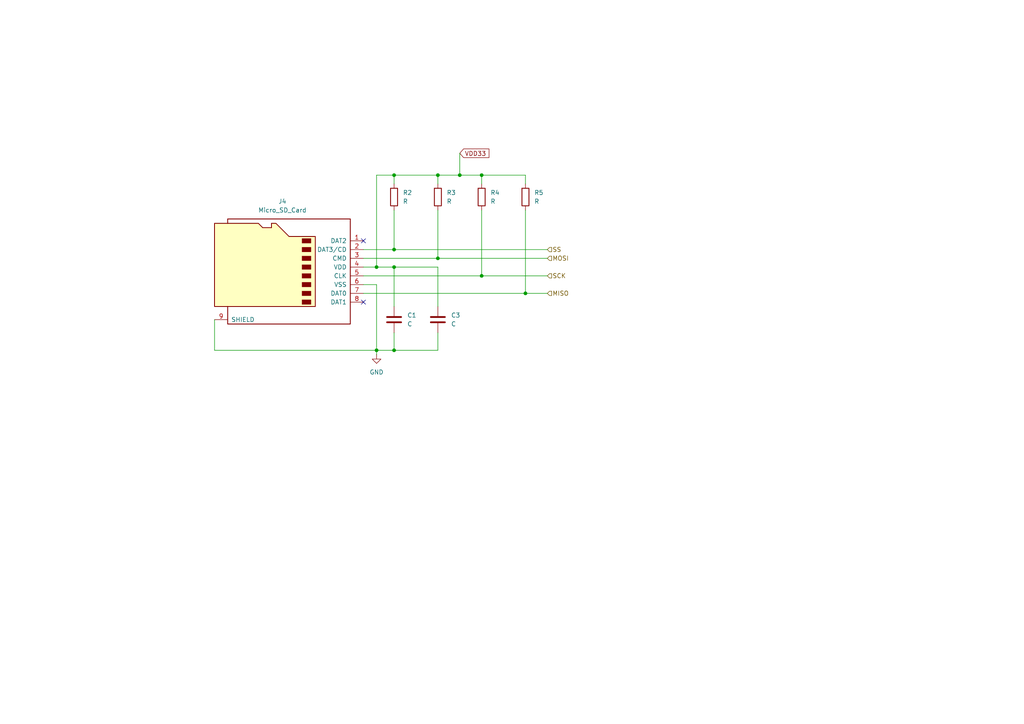
<source format=kicad_sch>
(kicad_sch (version 20250114) (generator "eeschema") (generator_version "9.0")
  (paper "A4")
  (lib_symbols
    (symbol "Connector:Micro_SD_Card" (pin_names (offset 1.016))
      (property "Reference" "J" (at -16.51 15.24 0))
      (property "Value" "Micro_SD_Card" (at 16.51 15.24 0))
      (symbol "Micro_SD_Card_0_1"
        (polyline (pts (xy -8.89 -11.43) (xy -8.89 8.89) (xy -1.27 8.89) (xy 2.54 12.7) (xy 3.81 12.7) (xy 3.81 11.43) (xy 6.35 11.43) (xy 7.62 12.7) (xy 20.32 12.7) (xy 20.32 -11.43) (xy -8.89 -11.43)) (stroke (width 0.254)) (fill (type background)))
        (rectangle (start -7.62 8.255) (end -5.08 6.985) (fill (type outline)))
        (rectangle (start -7.62 5.715) (end -5.08 4.445) (fill (type outline)))
        (rectangle (start -7.62 3.175) (end -5.08 1.905) (fill (type outline)))
        (rectangle (start -7.62 0.635) (end -5.08 -0.635) (fill (type outline)))
        (rectangle (start -7.62 -1.905) (end -5.08 -3.175) (fill (type outline)))
        (rectangle (start -7.62 -4.445) (end -5.08 -5.715) (fill (type outline)))
        (rectangle (start -7.62 -6.985) (end -5.08 -8.255) (fill (type outline)))
        (rectangle (start -7.62 -9.525) (end -5.08 -10.795) (fill (type outline)))
        (polyline (pts (xy 16.51 12.7) (xy 16.51 13.97) (xy -19.05 13.97) (xy -19.05 -16.51) (xy 16.51 -16.51) (xy 16.51 -11.43)) (stroke (width 0.254)))
      )
      (symbol "Micro_SD_Card_1_1"
        (pin bidirectional line (at -22.86 7.62 0) (length 3.81) (name "DAT2") (number "1"))
        (pin bidirectional line (at -22.86 5.08 0) (length 3.81) (name "DAT3/CD") (number "2"))
        (pin input line (at -22.86 2.54 0) (length 3.81) (name "CMD") (number "3"))
        (pin power_in line (at -22.86 0 0) (length 3.81) (name "VDD") (number "4"))
        (pin input line (at -22.86 -2.54 0) (length 3.81) (name "CLK") (number "5"))
        (pin power_in line (at -22.86 -5.08 0) (length 3.81) (name "VSS") (number "6"))
        (pin bidirectional line (at -22.86 -7.62 0) (length 3.81) (name "DAT0") (number "7"))
        (pin bidirectional line (at -22.86 -10.16 0) (length 3.81) (name "DAT1") (number "8"))
        (pin passive line (at 20.32 -15.24 180) (length 3.81) (name "SHIELD") (number "9"))
      )
    )
    (symbol "Device:C" (pin_numbers (hide yes)) (pin_names (offset 0.254))
      (property "Reference" "C" (at 0.635 2.54 0))
      (property "Value" "C" (at 0.635 -2.54 0))
      (symbol "C_0_1"
        (polyline (pts (xy -2.032 0.762) (xy 2.032 0.762)) (stroke (width 0.508)))
        (polyline (pts (xy -2.032 -0.762) (xy 2.032 -0.762)) (stroke (width 0.508)))
      )
      (symbol "C_1_1"
        (pin passive line (at 0 3.81 270) (length 2.794) (name "~") (number "1"))
        (pin passive line (at 0 -3.81 90) (length 2.794) (name "~") (number "2"))
      )
    )
    (symbol "Device:R" (pin_numbers (hide yes)) (pin_names (offset 0))
      (property "Reference" "R" (at 2.032 0 90))
      (property "Value" "R" (at 0 0 90))
      (symbol "R_0_1"
        (rectangle (start -1.016 -2.54) (end 1.016 2.54) (stroke (width 0.254)))
      )
      (symbol "R_1_1"
        (pin passive line (at 0 3.81 270) (length 1.27) (name "~") (number "1"))
        (pin passive line (at 0 -3.81 90) (length 1.27) (name "~") (number "2"))
      )
    )
    (symbol "power:GND" (power) (pin_numbers (hide yes)) (pin_names (offset 0) (hide yes))
      (property "Value" "GND" (at 0 -3.81 0))
      (symbol "GND_0_1"
        (polyline (pts (xy 0 0) (xy 0 -1.27) (xy 1.27 -1.27) (xy 0 -2.54) (xy -1.27 -1.27) (xy 0 -1.27)))
      )
      (symbol "GND_1_1"
        (pin power_in line (at 0 0 270) (length 0) (name "~") (number "1"))
      )
    )
  )
  (junction (at 127 74.93))
  (junction (at 109.22 101.6))
  (junction (at 114.3 101.6))
  (junction (at 139.7 80.01))
  (junction (at 114.3 50.8))
  (junction (at 152.4 85.09))
  (junction (at 114.3 77.47))
  (junction (at 139.7 50.8))
  (junction (at 114.3 72.39))
  (junction (at 133.35 50.8))
  (junction (at 109.22 77.47))
  (junction (at 127 50.8))
  (no_connect (at 105.41 87.63))
  (no_connect (at 105.41 69.85))
  (wire (pts (xy 109.22 82.55) (xy 109.22 101.6)))
  (wire (pts (xy 127 77.47) (xy 114.3 77.47)))
  (wire (pts (xy 139.7 80.01) (xy 139.7 60.96)))
  (wire (pts (xy 127 74.93) (xy 127 60.96)))
  (wire (pts (xy 133.35 50.8) (xy 139.7 50.8)))
  (wire (pts (xy 62.23 92.71) (xy 62.23 101.6)))
  (wire (pts (xy 109.22 101.6) (xy 114.3 101.6)))
  (wire (pts (xy 105.41 85.09) (xy 152.4 85.09)))
  (wire (pts (xy 139.7 80.01) (xy 158.75 80.01)))
  (wire (pts (xy 114.3 72.39) (xy 158.75 72.39)))
  (wire (pts (xy 152.4 50.8) (xy 152.4 53.34)))
  (wire (pts (xy 152.4 85.09) (xy 152.4 60.96)))
  (wire (pts (xy 114.3 53.34) (xy 114.3 50.8)))
  (wire (pts (xy 105.41 72.39) (xy 114.3 72.39)))
  (wire (pts (xy 139.7 53.34) (xy 139.7 50.8)))
  (wire (pts (xy 114.3 50.8) (xy 127 50.8)))
  (wire (pts (xy 114.3 77.47) (xy 109.22 77.47)))
  (wire (pts (xy 109.22 77.47) (xy 109.22 50.8)))
  (wire (pts (xy 105.41 82.55) (xy 109.22 82.55)))
  (wire (pts (xy 114.3 72.39) (xy 114.3 60.96)))
  (wire (pts (xy 114.3 88.9) (xy 114.3 77.47)))
  (wire (pts (xy 109.22 50.8) (xy 114.3 50.8)))
  (wire (pts (xy 62.23 101.6) (xy 109.22 101.6)))
  (wire (pts (xy 127 88.9) (xy 127 77.47)))
  (wire (pts (xy 109.22 101.6) (xy 109.22 102.87)))
  (wire (pts (xy 114.3 101.6) (xy 127 101.6)))
  (wire (pts (xy 127 53.34) (xy 127 50.8)))
  (wire (pts (xy 114.3 96.52) (xy 114.3 101.6)))
  (wire (pts (xy 127 74.93) (xy 158.75 74.93)))
  (wire (pts (xy 139.7 50.8) (xy 152.4 50.8)))
  (wire (pts (xy 105.41 74.93) (xy 127 74.93)))
  (wire (pts (xy 105.41 77.47) (xy 109.22 77.47)))
  (wire (pts (xy 133.35 44.45) (xy 133.35 50.8)))
  (wire (pts (xy 127 50.8) (xy 133.35 50.8)))
  (wire (pts (xy 152.4 85.09) (xy 158.75 85.09)))
  (wire (pts (xy 105.41 80.01) (xy 139.7 80.01)))
  (wire (pts (xy 127 101.6) (xy 127 96.52)))
  (global_label "VDD33" (shape input) (at 133.35 44.45 0) (property "Intersheetrefs" "${INTERSHEET_REFS}" (effects (hide yes))))
  (hierarchical_label "MISO" (shape input) (at 158.75 85.09 0))
  (hierarchical_label "SCK" (shape input) (at 158.75 80.01 0))
  (hierarchical_label "SS" (shape input) (at 158.75 72.39 0))
  (hierarchical_label "MOSI" (shape input) (at 158.75 74.93 0))
  (symbol (lib_id "power:GND") (at 109.22 102.87 0) (unit 1)
    (property "Reference" "#PWR01" (effects (hide yes)))
    (property "Value" "GND" (at 109.22 107.95 0))
    (property "Description" "Power symbol creates a global label with name \"GND\" , ground" (effects (hide yes)))
  )
  (symbol (lib_id "Device:R") (at 139.7 57.15 0) (unit 1)
    (property "Reference" "R4" (at 142.24 55.8799 0) (effects (justify left)))
    (property "Value" "R" (at 142.24 58.4199 0) (effects (justify left)))
    (property "Description" "Resistor" (effects (hide yes)))
  )
  (symbol (lib_id "Device:C") (at 114.3 92.71 0) (unit 1)
    (property "Reference" "C1" (at 118.11 91.4399 0) (effects (justify left)))
    (property "Value" "C" (at 118.11 93.9799 0) (effects (justify left)))
    (property "Description" "Unpolarized capacitor" (effects (hide yes)))
  )
  (symbol (lib_id "Device:C") (at 127 92.71 0) (unit 1)
    (property "Reference" "C3" (at 130.81 91.4399 0) (effects (justify left)))
    (property "Value" "C" (at 130.81 93.9799 0) (effects (justify left)))
    (property "Description" "Unpolarized capacitor" (effects (hide yes)))
  )
  (symbol (lib_id "Device:R") (at 152.4 57.15 0) (unit 1)
    (property "Reference" "R5" (at 154.94 55.8799 0) (effects (justify left)))
    (property "Value" "R" (at 154.94 58.4199 0) (effects (justify left)))
    (property "Description" "Resistor" (effects (hide yes)))
  )
  (symbol (lib_id "Device:R") (at 127 57.15 0) (unit 1)
    (property "Reference" "R3" (at 129.54 55.8799 0) (effects (justify left)))
    (property "Value" "R" (at 129.54 58.4199 0) (effects (justify left)))
    (property "Description" "Resistor" (effects (hide yes)))
  )
  (symbol (lib_id "Device:R") (at 114.3 57.15 0) (unit 1)
    (property "Reference" "R2" (at 116.84 55.8799 0) (effects (justify left)))
    (property "Value" "R" (at 116.84 58.4199 0) (effects (justify left)))
    (property "Description" "Resistor" (effects (hide yes)))
  )
  (symbol (lib_id "Connector:Micro_SD_Card") (at 82.55 77.47 0) (mirror y) (unit 1)
    (property "Reference" "J4" (at 81.915 58.42 0))
    (property "Value" "Micro_SD_Card" (at 81.915 60.96 0))
    (property "Datasheet" "https://www.we-online.com/components/products/datasheet/693072010801.pdf" (effects (hide yes)))
    (property "Description" "Micro SD Card Socket" (effects (hide yes)))
  )
)
</source>
